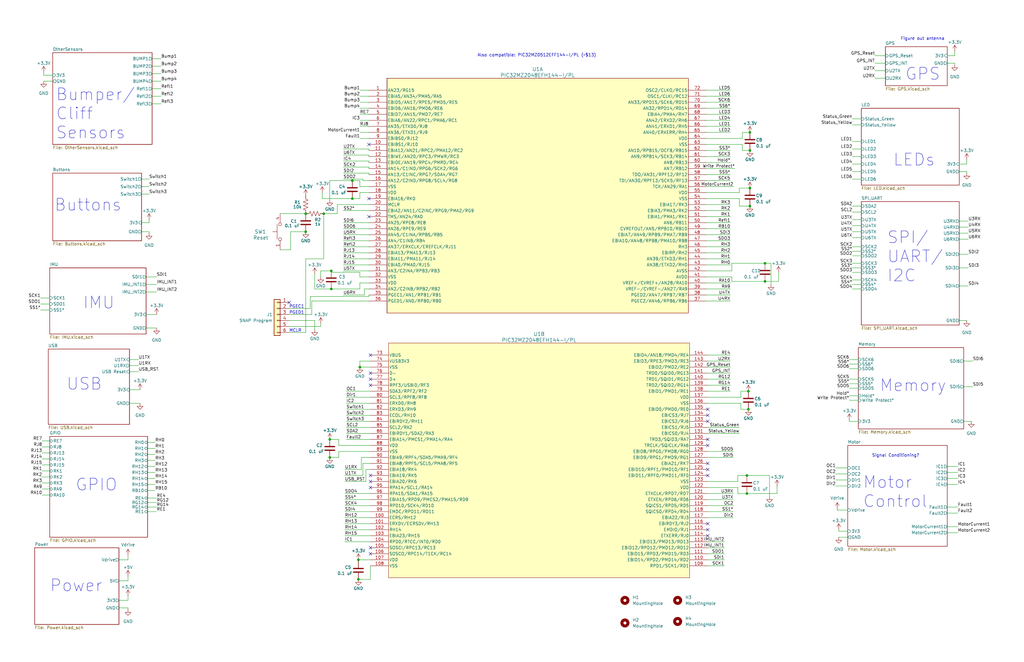
<source format=kicad_sch>
(kicad_sch (version 20230121) (generator eeschema)
  (paper "B")
  (title_block (title "MCU Controller") (rev "0.1") (company "satomm@stanford.edu") (comment 1 "Department of Civil and Environmental Engineering") (comment 2 "Engineering Informatics Group") (comment 3 "Stanford University") (comment 4 "Matthew Sato"))
  (junction (at 315.595 165.1))
  (junction (at 316.23 86.995))
  (junction (at 315.595 172.72))
  (junction (at 314.96 208.28))
  (junction (at 139.065 193.04))
  (junction (at 139.7 114.3))
  (junction (at 139.065 185.42))
  (junction (at 316.23 55.88))
  (junction (at 151.13 244.475))
  (junction (at 316.23 79.375))
  (junction (at 128.905 97.79))
  (junction (at 128.905 90.17))
  (junction (at 322.58 111.125))
  (junction (at 314.96 200.66))
  (junction (at 151.13 236.22))
  (junction (at 151.765 154.94))
  (junction (at 139.7 121.92))
  (junction (at 322.58 118.745))
  (junction (at 316.23 63.5))
  (junction (at 148.59 83.82))
  (junction (at 136.525 90.17))
  (junction (at 148.59 76.2))
  (no_connect (at 298.45 172.72))
  (no_connect (at 298.45 226.06))
  (no_connect (at 298.45 185.42))
  (no_connect (at 156.21 203.2))
  (no_connect (at 155.575 60.96))
  (no_connect (at 156.21 162.56))
  (no_connect (at 298.45 175.26))
  (no_connect (at 156.21 149.86))
  (no_connect (at 298.45 200.66))
  (no_connect (at 298.45 177.8))
  (no_connect (at 156.21 157.48))
  (no_connect (at 121.92 127.635))
  (no_connect (at 298.45 195.58))
  (no_connect (at 156.21 231.14))
  (no_connect (at 155.575 83.82))
  (no_connect (at 298.45 187.96))
  (no_connect (at 298.45 220.98))
  (no_connect (at 298.45 198.12))
  (no_connect (at 156.21 160.02))
  (no_connect (at 156.21 200.66))
  (no_connect (at 155.575 91.44))
  (no_connect (at 156.21 205.74))
  (no_connect (at 298.45 223.52))
  (no_connect (at 156.21 233.68))
  (wire (pts (xy 151.765 116.84) (xy 155.575 116.84)))
  (wire (pts (xy 368.935 33.02) (xy 373.38 33.02)))
  (wire (pts (xy 59.69 75.565) (xy 62.865 75.565)))
  (wire (pts (xy 313.055 58.42) (xy 313.055 55.88)))
  (wire (pts (xy 399.415 213.995) (xy 403.86 213.995)))
  (wire (pts (xy 298.45 190.5) (xy 309.245 190.5)))
  (wire (pts (xy 64.135 24.765) (xy 67.945 24.765)))
  (wire (pts (xy 118.11 105.41) (xy 122.555 105.41)))
  (wire (pts (xy 297.815 121.92) (xy 307.975 121.92)))
  (wire (pts (xy 297.815 88.9) (xy 307.975 88.9)))
  (wire (pts (xy 408.305 95.885) (xy 404.495 95.885)))
  (wire (pts (xy 151.765 53.34) (xy 155.575 53.34)))
  (wire (pts (xy 145.415 226.06) (xy 156.21 226.06)))
  (wire (pts (xy 359.41 121.92) (xy 363.22 121.92)))
  (wire (pts (xy 358.14 160.02) (xy 361.95 160.02)))
  (wire (pts (xy 152.4 193.04) (xy 152.4 198.12)))
  (wire (pts (xy 61.595 138.43) (xy 66.04 138.43)))
  (wire (pts (xy 151.765 152.4) (xy 151.765 154.94)))
  (wire (pts (xy 17.145 125.73) (xy 20.955 125.73)))
  (wire (pts (xy 153.035 76.2) (xy 153.035 75.565)))
  (wire (pts (xy 359.41 113.03) (xy 363.22 113.03)))
  (wire (pts (xy 359.41 106.045) (xy 363.22 106.045)))
  (wire (pts (xy 153.035 195.58) (xy 153.035 200.66)))
  (wire (pts (xy 62.23 212.09) (xy 66.04 212.09)))
  (wire (pts (xy 61.595 120.015) (xy 66.04 120.015)))
  (wire (pts (xy 311.15 200.66) (xy 314.96 200.66)))
  (wire (pts (xy 327.66 205.105) (xy 327.66 208.28)))
  (wire (pts (xy 146.05 167.64) (xy 156.21 167.64)))
  (wire (pts (xy 156.21 190.5) (xy 142.875 190.5)))
  (wire (pts (xy 359.41 66.04) (xy 363.22 66.04)))
  (wire (pts (xy 311.15 208.28) (xy 314.96 208.28)))
  (wire (pts (xy 297.815 40.64) (xy 307.975 40.64)))
  (wire (pts (xy 297.815 50.8) (xy 307.975 50.8)))
  (wire (pts (xy 142.875 190.5) (xy 142.875 193.04)))
  (wire (pts (xy 406.4 177.8) (xy 409.575 177.8)))
  (wire (pts (xy 308.61 114.3) (xy 308.61 111.125)))
  (wire (pts (xy 311.785 83.82) (xy 311.785 86.995)))
  (wire (pts (xy 297.815 99.06) (xy 307.975 99.06)))
  (wire (pts (xy 62.23 186.69) (xy 65.405 186.69)))
  (wire (pts (xy 146.05 185.42) (xy 156.21 185.42)))
  (wire (pts (xy 155.575 73.025) (xy 155.575 73.66)))
  (wire (pts (xy 155.575 86.36) (xy 142.24 86.36)))
  (wire (pts (xy 359.41 50.165) (xy 363.22 50.165)))
  (wire (pts (xy 297.815 43.18) (xy 307.975 43.18)))
  (wire (pts (xy 297.815 45.72) (xy 307.975 45.72)))
  (wire (pts (xy 297.815 109.22) (xy 307.975 109.22)))
  (wire (pts (xy 353.695 223.52) (xy 353.695 224.155)))
  (wire (pts (xy 59.69 78.74) (xy 62.865 78.74)))
  (wire (pts (xy 145.415 220.98) (xy 156.21 220.98)))
  (wire (pts (xy 404.495 107.315) (xy 408.305 107.315)))
  (wire (pts (xy 142.875 187.96) (xy 142.875 185.42)))
  (wire (pts (xy 297.815 101.6) (xy 307.975 101.6)))
  (wire (pts (xy 399.415 199.39) (xy 403.86 199.39)))
  (wire (pts (xy 402.59 27.305) (xy 402.59 26.67)))
  (wire (pts (xy 298.45 160.02) (xy 307.975 160.02)))
  (wire (pts (xy 64.135 43.815) (xy 67.945 43.815)))
  (wire (pts (xy 359.41 62.865) (xy 363.22 62.865)))
  (wire (pts (xy 151.765 81.28) (xy 151.765 83.82)))
  (wire (pts (xy 144.78 109.22) (xy 155.575 109.22)))
  (wire (pts (xy 358.14 177.8) (xy 361.95 177.8)))
  (wire (pts (xy 324.485 209.55) (xy 324.485 200.66)))
  (wire (pts (xy 146.05 170.18) (xy 156.21 170.18)))
  (wire (pts (xy 312.42 172.72) (xy 312.42 170.18)))
  (wire (pts (xy 54.61 164.465) (xy 59.055 164.465)))
  (wire (pts (xy 297.815 111.76) (xy 307.975 111.76)))
  (wire (pts (xy 54.61 156.845) (xy 58.42 156.845)))
  (wire (pts (xy 53.975 257.175) (xy 53.975 256.54)))
  (wire (pts (xy 58.42 151.765) (xy 54.61 151.765)))
  (wire (pts (xy 298.45 193.04) (xy 309.245 193.04)))
  (wire (pts (xy 155.575 119.38) (xy 151.765 119.38)))
  (wire (pts (xy 353.695 226.695) (xy 357.505 226.695)))
  (wire (pts (xy 298.45 228.6) (xy 305.435 228.6)))
  (wire (pts (xy 17.78 193.675) (xy 20.955 193.675)))
  (wire (pts (xy 58.42 154.305) (xy 54.61 154.305)))
  (wire (pts (xy 297.815 83.82) (xy 311.785 83.82)))
  (wire (pts (xy 151.765 119.38) (xy 151.765 121.92)))
  (wire (pts (xy 61.595 123.19) (xy 66.04 123.19)))
  (wire (pts (xy 59.69 81.915) (xy 62.865 81.915)))
  (wire (pts (xy 311.15 200.66) (xy 311.15 203.2)))
  (wire (pts (xy 151.765 58.42) (xy 155.575 58.42)))
  (wire (pts (xy 64.135 31.115) (xy 67.945 31.115)))
  (wire (pts (xy 50.165 245.11) (xy 53.975 245.11)))
  (wire (pts (xy 61.595 132.715) (xy 66.04 132.715)))
  (wire (pts (xy 155.575 127) (xy 131.445 127)))
  (wire (pts (xy 144.78 75.565) (xy 153.035 75.565)))
  (wire (pts (xy 297.815 104.14) (xy 307.975 104.14)))
  (wire (pts (xy 156.21 193.04) (xy 152.4 193.04)))
  (wire (pts (xy 297.815 93.98) (xy 307.975 93.98)))
  (wire (pts (xy 144.78 88.9) (xy 155.575 88.9)))
  (wire (pts (xy 144.78 114.3) (xy 155.575 114.3)))
  (wire (pts (xy 142.24 90.17) (xy 136.525 90.17)))
  (wire (pts (xy 297.815 58.42) (xy 313.055 58.42)))
  (wire (pts (xy 312.42 165.1) (xy 315.595 165.1)))
  (wire (pts (xy 353.06 215.265) (xy 357.505 215.265)))
  (wire (pts (xy 145.415 203.2) (xy 154.305 203.2)))
  (wire (pts (xy 144.78 70.485) (xy 155.575 70.485)))
  (wire (pts (xy 359.41 52.705) (xy 363.22 52.705)))
  (wire (pts (xy 312.42 167.64) (xy 312.42 165.1)))
  (wire (pts (xy 155.575 81.28) (xy 151.765 81.28)))
  (wire (pts (xy 62.23 194.31) (xy 65.405 194.31)))
  (wire (pts (xy 316.23 79.375) (xy 311.785 79.375)))
  (wire (pts (xy 352.425 200.025) (xy 357.505 200.025)))
  (wire (pts (xy 128.905 109.22) (xy 136.525 109.22)))
  (wire (pts (xy 136.525 109.22) (xy 136.525 90.17)))
  (wire (pts (xy 297.815 114.3) (xy 308.61 114.3)))
  (wire (pts (xy 359.41 107.95) (xy 363.22 107.95)))
  (wire (pts (xy 144.78 101.6) (xy 155.575 101.6)))
  (wire (pts (xy 407.67 72.39) (xy 404.495 72.39)))
  (wire (pts (xy 139.065 76.2) (xy 148.59 76.2)))
  (wire (pts (xy 368.935 26.67) (xy 373.38 26.67)))
  (wire (pts (xy 146.05 180.34) (xy 156.21 180.34)))
  (wire (pts (xy 118.11 90.17) (xy 128.905 90.17)))
  (wire (pts (xy 132.715 121.92) (xy 139.7 121.92)))
  (wire (pts (xy 156.21 244.475) (xy 151.13 244.475)))
  (wire (pts (xy 358.14 151.765) (xy 361.95 151.765)))
  (wire (pts (xy 62.865 97.79) (xy 62.865 98.425)))
  (wire (pts (xy 156.21 198.12) (xy 154.305 198.12)))
  (wire (pts (xy 144.78 104.14) (xy 155.575 104.14)))
  (wire (pts (xy 54.61 170.18) (xy 59.055 170.18)))
  (wire (pts (xy 297.815 66.04) (xy 307.975 66.04)))
  (wire (pts (xy 144.78 99.06) (xy 155.575 99.06)))
  (wire (pts (xy 122.555 97.79) (xy 128.905 97.79)))
  (wire (pts (xy 146.05 172.72) (xy 156.21 172.72)))
  (wire (pts (xy 407.67 73.025) (xy 407.67 72.39)))
  (wire (pts (xy 62.23 201.93) (xy 65.405 201.93)))
  (wire (pts (xy 359.41 92.71) (xy 363.22 92.71)))
  (wire (pts (xy 368.935 29.845) (xy 373.38 29.845)))
  (wire (pts (xy 313.055 60.96) (xy 297.815 60.96)))
  (wire (pts (xy 359.41 100.33) (xy 363.22 100.33)))
  (wire (pts (xy 144.78 106.68) (xy 155.575 106.68)))
  (wire (pts (xy 358.14 167.005) (xy 361.95 167.005)))
  (wire (pts (xy 298.45 215.9) (xy 309.245 215.9)))
  (wire (pts (xy 144.78 124.46) (xy 153.67 124.46)))
  (wire (pts (xy 297.815 91.44) (xy 307.975 91.44)))
  (wire (pts (xy 153.67 121.92) (xy 155.575 121.92)))
  (wire (pts (xy 298.45 218.44) (xy 309.245 218.44)))
  (wire (pts (xy 18.415 34.29) (xy 22.225 34.29)))
  (wire (pts (xy 155.575 70.485) (xy 155.575 71.12)))
  (wire (pts (xy 139.7 114.935) (xy 139.7 114.3)))
  (wire (pts (xy 145.415 198.12) (xy 152.4 198.12)))
  (wire (pts (xy 308.61 118.745) (xy 308.61 116.84)))
  (wire (pts (xy 359.41 114.935) (xy 363.22 114.935)))
  (wire (pts (xy 139.065 84.455) (xy 139.065 76.2)))
  (wire (pts (xy 146.05 165.1) (xy 156.21 165.1)))
  (wire (pts (xy 312.42 170.18) (xy 298.45 170.18)))
  (wire (pts (xy 353.695 224.155) (xy 357.505 224.155)))
  (wire (pts (xy 359.41 95.25) (xy 363.22 95.25)))
  (wire (pts (xy 298.45 180.34) (xy 311.785 180.34)))
  (wire (pts (xy 325.12 120.015) (xy 325.12 111.125)))
  (wire (pts (xy 121.92 140.335) (xy 128.905 140.335)))
  (wire (pts (xy 146.05 175.26) (xy 156.21 175.26)))
  (wire (pts (xy 144.78 65.405) (xy 155.575 65.405)))
  (wire (pts (xy 151.765 45.72) (xy 155.575 45.72)))
  (wire (pts (xy 155.575 67.945) (xy 155.575 68.58)))
  (wire (pts (xy 53.975 234.315) (xy 53.975 236.22)))
  (wire (pts (xy 128.905 140.335) (xy 128.905 109.22)))
  (wire (pts (xy 328.295 114.935) (xy 328.295 118.745)))
  (wire (pts (xy 298.45 238.76) (xy 305.435 238.76)))
  (wire (pts (xy 404.495 120.65) (xy 408.305 120.65)))
  (wire (pts (xy 142.875 193.04) (xy 139.065 193.04)))
  (wire (pts (xy 297.815 127) (xy 307.975 127)))
  (wire (pts (xy 298.45 210.82) (xy 309.245 210.82)))
  (wire (pts (xy 144.78 111.76) (xy 155.575 111.76)))
  (wire (pts (xy 313.055 55.88) (xy 316.23 55.88)))
  (wire (pts (xy 17.78 198.755) (xy 20.955 198.755)))
  (wire (pts (xy 359.41 69.215) (xy 363.22 69.215)))
  (wire (pts (xy 359.41 89.535) (xy 363.22 89.535)))
  (wire (pts (xy 298.45 157.48) (xy 307.975 157.48)))
  (wire (pts (xy 53.975 245.11) (xy 53.975 243.205)))
  (wire (pts (xy 132.715 139.065) (xy 132.715 135.255)))
  (wire (pts (xy 130.81 125.095) (xy 130.81 130.175)))
  (wire (pts (xy 328.295 118.745) (xy 322.58 118.745)))
  (wire (pts (xy 17.78 186.055) (xy 20.955 186.055)))
  (wire (pts (xy 399.415 204.47) (xy 403.86 204.47)))
  (wire (pts (xy 359.41 111.125) (xy 363.22 111.125)))
  (wire (pts (xy 399.415 201.93) (xy 403.86 201.93)))
  (wire (pts (xy 132.715 115.57) (xy 132.715 121.92)))
  (wire (pts (xy 53.975 251.46) (xy 53.975 253.365)))
  (wire (pts (xy 311.15 208.28) (xy 311.15 205.74)))
  (wire (pts (xy 155.575 125.095) (xy 130.81 125.095)))
  (wire (pts (xy 156.21 238.76) (xy 156.21 244.475)))
  (wire (pts (xy 298.45 167.64) (xy 312.42 167.64)))
  (wire (pts (xy 62.23 210.185) (xy 66.04 210.185)))
  (wire (pts (xy 308.61 118.745) (xy 322.58 118.745)))
  (wire (pts (xy 145.415 213.36) (xy 156.21 213.36)))
  (wire (pts (xy 359.41 72.39) (xy 363.22 72.39)))
  (wire (pts (xy 311.15 205.74) (xy 298.45 205.74)))
  (wire (pts (xy 404.495 69.215) (xy 407.67 69.215)))
  (wire (pts (xy 358.14 177.165) (xy 358.14 177.8)))
  (wire (pts (xy 64.135 40.64) (xy 67.945 40.64)))
  (wire (pts (xy 324.485 200.66) (xy 314.96 200.66)))
  (wire (pts (xy 408.305 93.345) (xy 404.495 93.345)))
  (wire (pts (xy 18.415 30.48) (xy 18.415 31.75)))
  (wire (pts (xy 352.425 197.485) (xy 357.505 197.485)))
  (wire (pts (xy 17.78 208.915) (xy 20.955 208.915)))
  (wire (pts (xy 155.575 76.2) (xy 153.035 76.2)))
  (wire (pts (xy 151.765 50.8) (xy 155.575 50.8)))
  (wire (pts (xy 308.61 116.84) (xy 297.815 116.84)))
  (wire (pts (xy 327.66 208.28) (xy 314.96 208.28)))
  (wire (pts (xy 142.875 185.42) (xy 139.065 185.42)))
  (wire (pts (xy 358.14 163.83) (xy 361.95 163.83)))
  (wire (pts (xy 62.23 215.9) (xy 66.04 215.9)))
  (wire (pts (xy 297.815 124.46) (xy 307.975 124.46)))
  (wire (pts (xy 359.41 86.995) (xy 363.22 86.995)))
  (wire (pts (xy 135.255 116.84) (xy 135.255 114.3)))
  (wire (pts (xy 297.815 86.36) (xy 307.975 86.36)))
  (wire (pts (xy 359.41 104.14) (xy 363.22 104.14)))
  (wire (pts (xy 151.765 76.2) (xy 151.765 78.74)))
  (wire (pts (xy 156.21 187.96) (xy 142.875 187.96)))
  (wire (pts (xy 297.815 38.1) (xy 307.975 38.1)))
  (wire (pts (xy 298.45 231.14) (xy 305.435 231.14)))
  (wire (pts (xy 64.135 37.465) (xy 67.945 37.465)))
  (wire (pts (xy 151.765 78.74) (xy 155.575 78.74)))
  (wire (pts (xy 358.14 153.67) (xy 361.95 153.67)))
  (wire (pts (xy 308.61 111.125) (xy 322.58 111.125)))
  (wire (pts (xy 155.575 65.405) (xy 155.575 66.04)))
  (wire (pts (xy 62.23 199.39) (xy 65.405 199.39)))
  (wire (pts (xy 298.45 213.36) (xy 309.245 213.36)))
  (wire (pts (xy 353.06 214.63) (xy 353.06 215.265)))
  (wire (pts (xy 359.41 120.015) (xy 363.22 120.015)))
  (wire (pts (xy 59.69 97.79) (xy 62.865 97.79)))
  (wire (pts (xy 17.78 203.835) (xy 20.955 203.835)))
  (wire (pts (xy 297.815 48.26) (xy 307.975 48.26)))
  (wire (pts (xy 399.415 26.67) (xy 402.59 26.67)))
  (wire (pts (xy 18.415 31.75) (xy 22.225 31.75)))
  (wire (pts (xy 151.13 236.22) (xy 151.13 236.855)))
  (wire (pts (xy 316.23 63.5) (xy 313.055 63.5)))
  (wire (pts (xy 61.595 116.84) (xy 66.04 116.84)))
  (wire (pts (xy 62.23 191.77) (xy 65.405 191.77)))
  (wire (pts (xy 153.67 121.92) (xy 153.67 124.46)))
  (wire (pts (xy 62.23 196.85) (xy 65.405 196.85)))
  (wire (pts (xy 408.305 100.965) (xy 404.495 100.965)))
  (wire (pts (xy 352.425 202.565) (xy 357.505 202.565)))
  (wire (pts (xy 17.145 128.27) (xy 20.955 128.27)))
  (wire (pts (xy 298.45 152.4) (xy 307.975 152.4)))
  (wire (pts (xy 139.7 121.92) (xy 151.765 121.92)))
  (wire (pts (xy 297.815 73.66) (xy 307.975 73.66)))
  (wire (pts (xy 407.67 69.215) (xy 407.67 67.31)))
  (wire (pts (xy 311.15 203.2) (xy 298.45 203.2)))
  (wire (pts (xy 404.495 113.03) (xy 408.305 113.03)))
  (wire (pts (xy 359.41 75.565) (xy 363.22 75.565)))
  (wire (pts (xy 145.415 215.9) (xy 156.21 215.9)))
  (wire (pts (xy 311.785 86.995) (xy 316.23 86.995)))
  (wire (pts (xy 17.78 188.595) (xy 20.955 188.595)))
  (wire (pts (xy 131.445 127) (xy 131.445 132.715)))
  (wire (pts (xy 135.255 137.795) (xy 121.92 137.795)))
  (wire (pts (xy 62.23 213.995) (xy 66.04 213.995)))
  (wire (pts (xy 297.815 63.5) (xy 307.975 63.5)))
  (wire (pts (xy 135.255 114.3) (xy 139.7 114.3)))
  (wire (pts (xy 139.7 114.935) (xy 151.765 114.935)))
  (wire (pts (xy 368.935 23.495) (xy 373.38 23.495)))
  (wire (pts (xy 298.45 233.68) (xy 305.435 233.68)))
  (wire (pts (xy 151.765 154.94) (xy 156.21 154.94)))
  (wire (pts (xy 145.415 208.28) (xy 156.21 208.28)))
  (wire (pts (xy 359.41 59.69) (xy 363.22 59.69)))
  (wire (pts (xy 358.14 155.575) (xy 361.95 155.575)))
  (wire (pts (xy 151.765 43.18) (xy 155.575 43.18)))
  (wire (pts (xy 399.415 222.25) (xy 403.86 222.25)))
  (wire (pts (xy 399.415 196.85) (xy 403.86 196.85)))
  (wire (pts (xy 17.78 201.295) (xy 20.955 201.295)))
  (wire (pts (xy 399.415 216.535) (xy 403.86 216.535)))
  (wire (pts (xy 64.135 34.29) (xy 67.945 34.29)))
  (wire (pts (xy 151.765 40.64) (xy 155.575 40.64)))
  (wire (pts (xy 142.24 86.36) (xy 142.24 90.17)))
  (wire (pts (xy 325.12 111.125) (xy 322.58 111.125)))
  (wire (pts (xy 62.865 93.98) (xy 62.865 92.71)))
  (wire (pts (xy 53.975 253.365) (xy 50.165 253.365)))
  (wire (pts (xy 145.415 210.82) (xy 156.21 210.82)))
  (wire (pts (xy 148.59 76.2) (xy 151.765 76.2)))
  (wire (pts (xy 156.21 195.58) (xy 153.035 195.58)))
  (wire (pts (xy 144.78 62.865) (xy 155.575 62.865)))
  (wire (pts (xy 62.23 204.47) (xy 65.405 204.47)))
  (wire (pts (xy 145.415 200.66) (xy 153.035 200.66)))
  (wire (pts (xy 297.815 96.52) (xy 307.975 96.52)))
  (wire (pts (xy 146.05 182.88) (xy 156.21 182.88)))
  (wire (pts (xy 298.45 149.86) (xy 307.975 149.86)))
  (wire (pts (xy 298.45 208.28) (xy 309.245 208.28)))
  (wire (pts (xy 358.14 161.925) (xy 361.95 161.925)))
  (wire (pts (xy 144.78 67.945) (xy 155.575 67.945)))
  (wire (pts (xy 151.765 48.26) (xy 155.575 48.26)))
  (wire (pts (xy 358.14 168.91) (xy 361.95 168.91)))
  (wire (pts (xy 151.765 83.82) (xy 148.59 83.82)))
  (wire (pts (xy 122.555 105.41) (xy 122.555 97.79)))
  (wire (pts (xy 352.425 205.105) (xy 357.505 205.105)))
  (wire (pts (xy 155.575 62.865) (xy 155.575 63.5)))
  (wire (pts (xy 62.23 207.01) (xy 65.405 207.01)))
  (wire (pts (xy 59.69 93.98) (xy 62.865 93.98)))
  (wire (pts (xy 297.815 55.88) (xy 307.975 55.88)))
  (wire (pts (xy 151.765 114.935) (xy 151.765 116.84)))
  (wire (pts (xy 297.815 76.2) (xy 307.975 76.2)))
  (wire (pts (xy 146.05 177.8) (xy 156.21 177.8)))
  (wire (pts (xy 402.59 23.495) (xy 402.59 21.59)))
  (wire (pts (xy 144.78 73.025) (xy 155.575 73.025)))
  (wire (pts (xy 64.135 27.94) (xy 67.945 27.94)))
  (wire (pts (xy 298.45 154.94) (xy 307.975 154.94)))
  (wire (pts (xy 156.21 152.4) (xy 151.765 152.4)))
  (wire (pts (xy 297.815 53.34) (xy 307.975 53.34)))
  (wire (pts (xy 145.415 218.44) (xy 156.21 218.44)))
  (wire (pts (xy 156.21 236.22) (xy 151.13 236.22)))
  (wire (pts (xy 132.715 135.255) (xy 121.92 135.255)))
  (wire (pts (xy 53.975 256.54) (xy 50.165 256.54)))
  (wire (pts (xy 297.815 119.38) (xy 307.975 119.38)))
  (wire (pts (xy 399.415 224.79) (xy 403.86 224.79)))
  (wire (pts (xy 17.78 206.375) (xy 20.955 206.375)))
  (wire (pts (xy 135.255 136.525) (xy 135.255 137.795)))
  (wire (pts (xy 298.45 165.1) (xy 307.975 165.1)))
  (wire (pts (xy 311.785 79.375) (xy 311.785 81.28)))
  (wire (pts (xy 151.765 38.1) (xy 155.575 38.1)))
  (wire (pts (xy 131.445 132.715) (xy 121.92 132.715)))
  (wire (pts (xy 53.975 236.22) (xy 50.165 236.22)))
  (wire (pts (xy 17.78 196.215) (xy 20.955 196.215)))
  (wire (pts (xy 130.81 130.175) (xy 121.92 130.175)))
  (wire (pts (xy 17.78 191.135) (xy 20.955 191.135)))
  (wire (pts (xy 359.41 97.79) (xy 363.22 97.79)))
  (wire (pts (xy 135.89 83.82) (xy 148.59 83.82)))
  (wire (pts (xy 297.815 78.74) (xy 309.245 78.74)))
  (wire (pts (xy 399.415 23.495) (xy 402.59 23.495)))
  (wire (pts (xy 144.78 96.52) (xy 155.575 96.52)))
  (wire (pts (xy 406.4 163.195) (xy 410.21 163.195)))
  (wire (pts (xy 298.45 182.88) (xy 311.785 182.88)))
  (wire (pts (xy 297.815 71.12) (xy 309.88 71.12)))
  (wire (pts (xy 297.815 68.58) (xy 307.975 68.58)))
  (wire (pts (xy 151.765 55.88) (xy 155.575 55.88)))
  (wire (pts (xy 17.145 130.81) (xy 20.955 130.81)))
  (wire (pts (xy 406.4 152.4) (xy 410.21 152.4)))
  (wire (pts (xy 155.575 125.095) (xy 155.575 124.46)))
  (wire (pts (xy 408.305 98.425) (xy 404.495 98.425)))
  (wire (pts (xy 145.415 223.52) (xy 156.21 223.52)))
  (wire (pts (xy 297.815 106.68) (xy 307.975 106.68)))
  (wire (pts (xy 62.23 189.23) (xy 65.405 189.23)))
  (wire (pts (xy 315.595 172.72) (xy 312.42 172.72)))
  (wire (pts (xy 144.78 93.98) (xy 155.575 93.98)))
  (wire (pts (xy 145.415 228.6) (xy 156.21 228.6)))
  (wire (pts (xy 298.45 236.22) (xy 305.435 236.22)))
  (wire (pts (xy 313.055 63.5) (xy 313.055 60.96)))
  (wire (pts (xy 135.89 81.28) (xy 135.89 83.82)))
  (wire (pts (xy 311.785 81.28) (xy 297.815 81.28)))
  (wire (pts (xy 298.45 162.56) (xy 307.975 162.56)))
  (wire (pts (xy 404.495 135.255) (xy 407.67 135.255)))
  (wire (pts (xy 359.41 118.11) (xy 363.22 118.11)))
  (wire (pts (xy 154.305 198.12) (xy 154.305 203.2)))
  (text "LEDs" (at 376.555 70.485 0) (effects (font (size 5 5)) (justify left bottom)))
  (text "GPIO" (at 31.75 207.645 0) (effects (font (size 5 5)) (justify left bottom)))
  (text "Figure out antenna" (at 379.73 17.145 0) (effects (font (size 1.27 1.27)) (justify left bottom)))
  (text "Motor\nControl" (at 363.855 214.63 0) (effects (font (size 5 5)) (justify left bottom)))
  (text "PGEC1" (at 121.92 130.175 0) (effects (font (size 1.27 1.27)) (justify left bottom)))
  (text "GPS" (at 381.635 34.29 0) (effects (font (size 5 5)) (justify left bottom)))
  (text "Power" (at 20.955 250.19 0) (effects (font (size 5 5)) (justify left bottom)))
  (text "MCLR" (at 121.92 140.335 0) (effects (font (size 1.27 1.27)) (justify left bottom)))
  (text "Signal Conditioning?" (at 367.665 193.04 0) (effects (font (size 1.27 1.27)) (justify left bottom)))
  (text "Also compatible: PIC32MZ0512EFF144-I/PL (~$13)" (at 201.295 24.13 0) (effects (font (size 1.27 1.27)) (justify left bottom)))
  (text "Buttons" (at 22.86 89.535 0) (effects (font (size 5 5)) (justify left bottom)))
  (text "PGED1" (at 121.92 132.715 0) (effects (font (size 1.27 1.27)) (justify left bottom)))
  (text "USB" (at 27.94 165.1 0) (effects (font (size 5 5)) (justify left bottom)))
  (text "Bumper/\nCliff\nSensors" (at 23.495 59.055 0) (effects (font (size 5 5)) (justify left bottom)))
  (text "SPI/\nUART/\nI2C" (at 374.015 119.38 0) (effects (font (size 5 5)) (justify left bottom)))
  (text "Memory" (at 370.84 165.735 0) (effects (font (size 5 5)) (justify left bottom)))
  (text "IMU" (at 34.925 130.81 0) (effects (font (size 5 5)) (justify left bottom)))
  (label "RJ13" (at 17.78 191.135 180))
  (label "LED2" (at 307.975 55.88 180))
  (label "Hold*" (at 307.975 68.58 180))
  (label "RH2" (at 307.975 106.68 180))
  (label "IC4" (at 403.86 204.47 0))
  (label "SS1*" (at 17.145 130.81 180))
  (label "IMU_INT2" (at 66.04 123.19 0))
  (label "RK3" (at 17.78 203.835 180))
  (label "U6RX" (at 408.305 100.965 0))
  (label "U5TX" (at 359.41 97.79 180))
  (label "SDI5" (at 410.21 163.195 0))
  (label "RH14" (at 145.415 223.52 0))
  (label "IMU_INT2" (at 305.435 228.6 180))
  (label "OC2" (at 309.245 213.36 180))
  (label "Switch3" (at 62.865 81.915 0))
  (label "RB10" (at 307.975 96.52 180))
  (label "Write Protect*" (at 358.14 168.91 180))
  (label "IMU_INT1" (at 305.435 231.14 180))
  (label "SDA2" (at 359.41 86.995 180))
  (label "U5RX" (at 408.305 98.425 0))
  (label "SCK4" (at 359.41 118.11 180))
  (label "RH12" (at 65.405 196.85 0))
  (label "RK2" (at 17.78 201.295 180))
  (label "RG14" (at 307.975 162.56 180))
  (label "OC1" (at 146.05 165.1 0))
  (label "IC2" (at 146.05 170.18 0))
  (label "MotorCurrent1" (at 403.86 222.25 0))
  (label "Refl3" (at 67.945 43.815 0))
  (label "SS4*" (at 359.41 120.015 180))
  (label "SDI3" (at 408.305 113.03 0))
  (label "LED5" (at 359.41 72.39 180))
  (label "RK2" (at 307.975 88.9 180))
  (label "SDO1" (at 17.145 128.27 180))
  (label "RG14" (at 66.04 213.995 0))
  (label "RE4" (at 66.04 210.185 0))
  (label "SDO6" (at 144.78 96.52 0))
  (label "RE7" (at 151.765 48.26 0))
  (label "SS3*" (at 359.41 113.03 180))
  (label "LED4" (at 359.41 69.215 180))
  (label "Refl1" (at 67.945 37.465 0))
  (label "IMU_INT1" (at 66.04 120.015 0))
  (label "SDI5" (at 309.245 193.04 180))
  (label "U5RX" (at 144.78 99.06 0))
  (label "RJ14" (at 144.78 109.22 0))
  (label "RH3" (at 307.975 104.14 180))
  (label "RH13" (at 145.415 220.98 0))
  (label "SDO3" (at 359.41 114.935 180))
  (label "Status_Yellow" (at 359.41 52.705 180))
  (label "SCK4" (at 145.415 213.36 0))
  (label "U3TX" (at 309.245 210.82 180))
  (label "Refl2" (at 67.945 40.64 0))
  (label "IC1" (at 145.415 228.6 0))
  (label "RK3" (at 307.975 86.36 180))
  (label "RJ14" (at 17.78 193.675 180))
  (label "RJ8" (at 17.78 188.595 180))
  (label "SS5*" (at 307.975 73.66 180))
  (label "Status_Green" (at 359.41 50.165 180))
  (label "SDO1" (at 305.435 233.68 180))
  (label "SCK6" (at 358.14 151.765 180))
  (label "SDO5" (at 358.14 163.83 180))
  (label "SCK5" (at 358.14 160.02 180))
  (label "SDI6" (at 144.78 93.98 0))
  (label "SDI4" (at 408.305 120.65 0))
  (label "SDA2" (at 146.05 182.88 0))
  (label "SS6*" (at 358.14 153.67 180))
  (label "SCK6" (at 307.975 43.18 180))
  (label "U3RX" (at 408.305 93.345 0))
  (label "Write Protect*" (at 309.88 71.12 180))
  (label "U4TX" (at 307.975 124.46 180))
  (label "U6TX" (at 144.78 65.405 0))
  (label "RJ13" (at 144.78 106.68 0))
  (label "U5TX" (at 144.78 114.3 0))
  (label "U2TX" (at 368.935 29.845 180))
  (label "USB_RST" (at 58.42 156.845 0))
  (label "Dir1" (at 146.05 167.64 0))
  (label "RH12" (at 145.415 218.44 0))
  (label "RA9" (at 17.78 206.375 180))
  (label "Bump1" (at 67.945 24.765 0))
  (label "U6RX" (at 144.78 124.46 0))
  (label "RH2" (at 65.405 191.77 0))
  (label "SDO4" (at 359.41 121.92 180))
  (label "RA10" (at 307.975 119.38 180))
  (label "SCK3" (at 307.975 66.04 180))
  (label "SS2*" (at 144.78 88.9 0))
  (label "SS6*" (at 307.975 45.72 180))
  (label "SCK1" (at 305.435 238.76 180))
  (label "SDI2" (at 408.305 107.315 0))
  (label "U3RX" (at 309.245 208.28 180))
  (label "RA9" (at 307.975 121.92 180))
  (label "MotorCurrent1" (at 151.765 55.88 180))
  (label "Fault2" (at 403.86 216.535 0))
  (label "SCL2" (at 359.41 89.535 180))
  (label "RH15" (at 65.405 204.47 0))
  (label "SCL2" (at 146.05 180.34 0))
  (label "RH0" (at 307.975 111.76 180))
  (label "SDI6" (at 410.21 152.4 0))
  (label "SDO3" (at 307.975 101.6 180))
  (label "SDO5" (at 309.245 190.5 180))
  (label "SCK2" (at 359.41 104.14 180))
  (label "Switch3" (at 146.05 177.8 0))
  (label "GPS_INT" (at 307.975 157.48 180))
  (label "Switch2" (at 62.865 78.74 0))
  (label "U3TX" (at 359.41 92.71 180))
  (label "Switch1" (at 62.865 75.565 0))
  (label "SCK3" (at 359.41 111.125 180))
  (label "U6TX" (at 359.41 100.33 180))
  (label "U4RX" (at 307.975 127 180))
  (label "U1RX" (at 145.415 198.12 0))
  (label "Bump2" (at 67.945 27.94 0))
  (label "SS2*" (at 359.41 106.045 180))
  (label "Fault1" (at 403.86 213.995 0))
  (label "Hold*" (at 358.14 167.005 180))
  (label "MotorCurrent2" (at 309.245 78.74 180))
  (label "RE1" (at 66.04 215.9 0))
  (label "SS4*" (at 145.415 210.82 0))
  (label "LED6" (at 359.41 75.565 180))
  (label "Fault2" (at 146.05 185.42 0))
  (label "IC2" (at 403.86 199.39 0))
  (label "U2RX" (at 368.935 33.02 180))
  (label "SS3*" (at 307.975 63.5 180))
  (label "U2RX" (at 307.975 152.4 180))
  (label "RH14" (at 65.405 201.93 0))
  (label "Dir2" (at 352.425 205.105 180))
  (label "RE7" (at 17.78 186.055 180))
  (label "Bump2" (at 151.765 40.64 180))
  (label "U1TX" (at 58.42 151.765 0))
  (label "RJ8" (at 151.765 53.34 0))
  (label "Bump4" (at 151.765 45.72 180))
  (label "RH3" (at 65.405 194.31 0))
  (label "Fault1" (at 151.765 58.42 180))
  (label "Bump3" (at 67.945 31.115 0))
  (label "SS1*" (at 309.245 215.9 180))
  (label "IC1" (at 403.86 196.85 0))
  (label "RK1" (at 17.78 198.755 180))
  (label "SDI1" (at 305.435 236.22 180))
  (label "IC3" (at 403.86 201.93 0))
  (label "Switch2" (at 146.05 175.26 0))
  (label "SDI3" (at 307.975 99.06 180))
  (label "RB10" (at 65.405 207.01 0))
  (label "Refl2" (at 144.78 104.14 0))
  (label "U1RX" (at 58.42 154.305 0))
  (label "RJ15" (at 17.78 196.215 180))
  (label "SDO2" (at 359.41 107.95 180))
  (label "Switch1" (at 146.05 172.72 0))
  (label "LED6" (at 307.975 40.64 180))
  (label "RH1" (at 65.405 189.23 0))
  (label "RH15" (at 145.415 226.06 0))
  (label "RH13" (at 65.405 199.39 0))
  (label "GPS_Reset" (at 307.975 154.94 180))
  (label "U4TX" (at 359.41 95.25 180))
  (label "MotorCurrent2" (at 403.86 224.79 0))
  (label "RE4" (at 307.975 149.86 180))
  (label "IC4" (at 144.78 67.945 0))
  (label "OC2" (at 352.425 200.025 180))
  (label "SCK1" (at 17.145 125.73 180))
  (label "USB_RST" (at 145.415 203.2 0))
  (label "SCK2" (at 144.78 70.485 0))
  (label "Dir1" (at 352.425 202.565 180))
  (label "U2TX" (at 144.78 62.865 0))
  (label "SDO2" (at 144.78 75.565 0))
  (label "LED5" (at 307.975 38.1 180))
  (label "RK1" (at 307.975 91.44 180))
  (label "RE1" (at 307.975 165.1 180))
  (label "SDI2" (at 144.78 73.025 0))
  (label "IC3" (at 151.765 50.8 180))
  (label "Bump1" (at 151.765 38.1 180))
  (label "GPS_Reset" (at 368.935 23.495 180))
  (label "Dir2" (at 309.245 218.44 180))
  (label "SDI4" (at 145.415 215.9 0))
  (label "LED4" (at 307.975 50.8 180))
  (label "RG12" (at 307.975 160.02 180))
  (label "OC1" (at 352.425 197.485 180))
  (label "Bump3" (at 151.765 43.18 180))
  (label "Refl1" (at 307.975 93.98 180))
  (label "LED1" (at 359.41 59.69 180))
  (label "U1TX" (at 145.415 200.66 0))
  (label "RH0" (at 65.405 186.69 0))
  (label "SS5*" (at 358.14 161.925 180))
  (label "U4RX" (at 408.305 95.885 0))
  (label "RA10" (at 17.78 208.915 180))
  (label "Status_Yellow" (at 311.785 182.88 180))
  (label "LED1" (at 307.975 53.34 180))
  (label "LED3" (at 359.41 66.04 180))
  (label "RJ15" (at 144.78 111.76 0))
  (label "SCK5" (at 307.975 76.2 180))
  (label "RH1" (at 307.975 109.22 180))
  (label "RG12" (at 66.04 212.09 0))
  (label "SDO6" (at 358.14 155.575 180))
  (label "LED3" (at 307.975 48.26 180))
  (label "Bump4" (at 67.945 34.29 0))
  (label "Status_Green" (at 311.785 180.34 180))
  (label "LED2" (at 359.41 62.865 180))
  (label "SDI1" (at 66.04 116.84 0))
  (label "GPS_INT" (at 368.935 26.67 180))
  (label "Refl3" (at 144.78 101.6 0))
  (label "SDO4" (at 145.415 208.28 0))
  (symbol (lib_id "Connector_Generic:Conn_01x06") (at 116.84 132.715 0) (mirror y) (unit 1)
    (property "Reference" "J1" (at 114.935 132.715 0) (effects (justify left)))
    (property "Value" "SNAP Program" (at 114.935 135.255 0) (effects (justify left)))
    (property "Footprint" "Connector_PinSocket_2.54mm:PinSocket_1x06_P2.54mm_Horizontal" (effects hide))
    (property "Datasheet" "https://mm.digikey.com/Volume0/opasdata/d220001/medias/docus/386/xRxCzzzSxxN-M71RC_11637-B.pdf" (effects hide))
    (property "Description" "Connector Header Through Hole, Right Angle 6 position 0.100\" (2.54mm)" (effects hide))
    (property "Mfr" "Sullins Connector Solutions" (effects hide))
    (property "Mfr P/N" "PRPC006SBAN-M71RC" (effects hide))
    (property "Supplier 1" "DigiKey" (effects hide))
    (property "Supplier 1 P/N" "S1111EC-06-ND" (effects hide))
  )
  (symbol (lib_id "power:GND") (at 151.13 244.475 0) (unit 1)
    (property "Reference" "#PWR024" (effects hide))
    (property "Value" "GND" (at 151.13 248.285 0))
  )
  (symbol (lib_id "power:GND") (at 325.12 120.015 0) (unit 1)
    (property "Reference" "#PWR034" (effects hide))
    (property "Value" "GND" (at 325.12 123.825 0))
  )
  (symbol (lib_id "Lab_3:MountingHole") (at 285.75 253.365 0) (unit 1) (in_bom no)
    (property "Reference" "H3" (at 288.925 252.095 0) (effects (justify left)))
    (property "Value" "MountingHole" (at 288.925 254.635 0) (effects (justify left)))
    (property "Footprint" "MountingHole:MountingHole_3.2mm_M3" (effects hide))
  )
  (symbol (lib_id "power:+3.3V") (at 316.23 79.375 0) (unit 1)
    (property "Reference" "#PWR030" (effects hide))
    (property "Value" "+3.3V" (at 316.23 75.565 0))
  )
  (symbol (lib_id "power:GND") (at 324.485 209.55 0) (unit 1)
    (property "Reference" "#PWR032" (effects hide))
    (property "Value" "GND" (at 324.485 213.36 0))
  )
  (symbol (lib_id "power:+3.3V") (at 66.04 132.715 0) (unit 1)
    (property "Reference" "#PWR011" (effects hide))
    (property "Value" "+3.3V" (at 66.04 128.905 0))
  )
  (symbol (lib_id "Device:C") (at 139.065 189.23 0) (unit 1)
    (property "Reference" "C2" (at 133.35 187.96 0) (effects (justify left)))
    (property "Value" "0.1 uF" (at 130.175 190.5 0) (effects (justify left)))
    (property "Footprint" "Capacitor_SMD:C_0805_2012Metric_Pad1.18x1.45mm_HandSolder" (effects hide))
    (property "Datasheet" "https://mm.digikey.com/Volume0/opasdata/d220001/medias/docus/609/CL21B104KBCNNN_Spec.pdf" (effects hide))
    (property "Description" "CAP CER 0.1UF 50V X7R 0805" (effects hide))
    (property "Mfr" "Samsung Electro-Mechanics" (effects hide))
    (property "Mfr P/N" "CL21B104KBCNNNC" (effects hide))
    (property "Supplier 1" "DigiKey" (effects hide))
    (property "Supplier 1 P/N" "1276-1003-1-ND" (effects hide))
  )
  (symbol (lib_id "power:+3.3V") (at 59.055 164.465 0) (unit 1)
    (property "Reference" "#PWR07" (effects hide))
    (property "Value" "+3.3V" (at 59.055 160.655 0))
  )
  (symbol (lib_id "power:GND") (at 316.23 86.995 0) (unit 1)
    (property "Reference" "#PWR031" (effects hide))
    (property "Value" "GND" (at 316.23 90.805 0))
  )
  (symbol (lib_name "PIC32MZ2048EFH144-I_PL_1") (lib_id "RobotLibary:PIC32MZ2048EFH144-I_PL") (at 156.21 149.86 0) (unit 2)
    (property "Reference" "U1" (at 227.33 140.97 0) (effects (font (size 1.524 1.524))))
    (property "Value" "PIC32MZ2048EFH144-I/PL" (at 227.33 143.51 0) (effects (font (size 1.524 1.524))))
    (property "Footprint" "RobotLibrary:LQFP144_PL_MCH-M" (effects hide))
    (property "Datasheet" "PIC32MZ2048EFH144-I/PL" (effects hide))
    (property "Description" "MIPS32® M-Class PIC® 32MZ Microcontroller IC 32-Bit Single-Core 200MHz 2MB (2M x 8) FLASH 144-LQFP (20x20)" (effects hide))
    (property "Mfr" "Microchip Technology" (effects hide))
    (property "Mfr P/N" "PIC32MZ2048EFH144-I/PL" (effects hide))
    (property "Supplier 1" "DigiKey" (effects hide))
    (property "Supplier 1 P/N" "PIC32MZ2048EFH144-I/PL-ND" (effects hide))
    (property "Supplier 2" "Mouser" (effects hide))
    (property "Supplier 2 P/N" "579-MZ2048EFH144IPL" (effects hide))
  )
  (symbol (lib_id "Device:C") (at 322.58 114.935 0) (unit 1)
    (property "Reference" "C10" (at 316.865 114.3 0) (effects (justify left)))
    (property "Value" "0.1 uF" (at 313.69 116.84 0) (effects (justify left)))
    (property "Footprint" "Capacitor_SMD:C_0805_2012Metric_Pad1.18x1.45mm_HandSolder" (effects hide))
    (property "Datasheet" "https://mm.digikey.com/Volume0/opasdata/d220001/medias/docus/609/CL21B104KBCNNN_Spec.pdf" (effects hide))
    (property "Description" "CAP CER 0.1UF 50V X7R 0805" (effects hide))
    (property "Mfr" "Samsung Electro-Mechanics" (effects hide))
    (property "Mfr P/N" "CL21B104KBCNNNC" (effects hide))
    (property "Supplier 1" "DigiKey" (effects hide))
    (property "Supplier 1 P/N" "1276-1003-1-ND" (effects hide))
  )
  (symbol (lib_id "Device:C") (at 316.23 83.185 0) (unit 1)
    (property "Reference" "C9" (at 318.77 82.55 0) (effects (justify left)))
    (property "Value" "0.1 uF" (at 318.77 85.09 0) (effects (justify left)))
    (property "Footprint" "Capacitor_SMD:C_0805_2012Metric_Pad1.18x1.45mm_HandSolder" (effects hide))
    (property "Datasheet" "https://mm.digikey.com/Volume0/opasdata/d220001/medias/docus/609/CL21B104KBCNNN_Spec.pdf" (effects hide))
    (property "Description" "CAP CER 0.1UF 50V X7R 0805" (effects hide))
    (property "Mfr" "Samsung Electro-Mechanics" (effects hide))
    (property "Mfr P/N" "CL21B104KBCNNNC" (effects hide))
    (property "Supplier 1" "DigiKey" (effects hide))
    (property "Supplier 1 P/N" "1276-1003-1-ND" (effects hide))
  )
  (symbol (lib_id "power:GND") (at 315.595 172.72 0) (unit 1)
    (property "Reference" "#PWR027" (effects hide))
    (property "Value" "GND" (at 315.595 176.53 0))
  )
  (symbol (lib_id "power:GND") (at 139.065 193.04 0) (unit 1)
    (property "Reference" "#PWR022" (effects hide))
    (property "Value" "GND" (at 139.065 196.85 0))
  )
  (symbol (lib_id "Device:R_US") (at 132.715 90.17 270) (unit 1)
    (property "Reference" "R2" (at 133.985 92.71 90))
    (property "Value" "1k" (at 133.985 94.615 90))
    (property "Footprint" "Resistor_SMD:R_0805_2012Metric_Pad1.20x1.40mm_HandSolder" (effects hide))
    (property "Datasheet" "https://www.seielect.com/catalog/sei-rmcf_rmcp.pdf" (effects hide))
    (property "Description" "RES 1K OHM 1% 1/8W 0805" (effects hide))
    (property "Mfr" "Stackpole Electronics Inc" (effects hide))
    (property "Mfr P/N" "RMCF0805FT1K00" (effects hide))
    (property "Supplier 1" "DigiKey" (effects hide))
    (property "Supplier 1 P/N" "RMCF0805FT1K00CT-ND" (effects hide))
  )
  (symbol (lib_id "Device:C") (at 139.7 118.11 0) (unit 1)
    (property "Reference" "C3" (at 142.875 116.84 0) (effects (justify left)))
    (property "Value" "0.1 uF" (at 142.24 119.38 0) (effects (justify left)))
    (property "Footprint" "Capacitor_SMD:C_0805_2012Metric_Pad1.18x1.45mm_HandSolder" (effects hide))
    (property "Datasheet" "https://mm.digikey.com/Volume0/opasdata/d220001/medias/docus/609/CL21B104KBCNNN_Spec.pdf" (effects hide))
    (property "Description" "CAP CER 0.1UF 50V X7R 0805" (effects hide))
    (property "Mfr" "Samsung Electro-Mechanics" (effects hide))
    (property "Mfr P/N" "CL21B104KBCNNNC" (effects hide))
    (property "Supplier 1" "DigiKey" (effects hide))
    (property "Supplier 1 P/N" "1276-1003-1-ND" (effects hide))
  )
  (symbol (lib_id "power:+3.3V") (at 315.595 165.1 0) (unit 1)
    (property "Reference" "#PWR026" (effects hide))
    (property "Value" "+3.3V" (at 315.595 161.29 0))
  )
  (symbol (lib_id "power:+3.3V") (at 18.415 30.48 0) (unit 1)
    (property "Reference" "#PWR01" (effects hide))
    (property "Value" "+3.3V" (at 18.415 26.67 0))
  )
  (symbol (lib_id "Device:C") (at 148.59 80.01 0) (unit 1)
    (property "Reference" "C4" (at 142.875 78.74 0) (effects (justify left)))
    (property "Value" "0.1 uF" (at 139.7 81.28 0) (effects (justify left)))
    (property "Footprint" "Capacitor_SMD:C_0805_2012Metric_Pad1.18x1.45mm_HandSolder" (effects hide))
    (property "Datasheet" "https://mm.digikey.com/Volume0/opasdata/d220001/medias/docus/609/CL21B104KBCNNN_Spec.pdf" (effects hide))
    (property "Description" "CAP CER 0.1UF 50V X7R 0805" (effects hide))
    (property "Mfr" "Samsung Electro-Mechanics" (effects hide))
    (property "Mfr P/N" "CL21B104KBCNNNC" (effects hide))
    (property "Supplier 1" "DigiKey" (effects hide))
    (property "Supplier 1 P/N" "1276-1003-1-ND" (effects hide))
  )
  (symbol (lib_id "power:+3.3V") (at 62.865 92.71 0) (unit 1)
    (property "Reference" "#PWR09" (effects hide))
    (property "Value" "+3.3V" (at 62.865 88.9 0))
  )
  (symbol (lib_id "power:+3.3V") (at 327.66 205.105 0) (unit 1)
    (property "Reference" "#PWR033" (effects hide))
    (property "Value" "+3.3V" (at 327.66 201.295 0))
  )
  (symbol (lib_id "power:GND") (at 66.04 138.43 0) (unit 1)
    (property "Reference" "#PWR012" (effects hide))
    (property "Value" "GND" (at 66.04 143.51 0))
  )
  (symbol (lib_id "power:+5V") (at 53.975 243.205 0) (unit 1)
    (property "Reference" "#PWR04" (effects hide))
    (property "Value" "+5V" (at 53.975 239.395 0))
  )
  (symbol (lib_id "power:Vdrive") (at 53.975 234.315 0) (unit 1)
    (property "Reference" "#PWR03" (effects hide))
    (property "Value" "Vdrive" (at 53.975 229.87 0))
  )
  (symbol (lib_id "Device:R_US") (at 128.905 86.36 180) (unit 1)
    (property "Reference" "R1" (at 125.4125 85.4075 0))
    (property "Value" "10k" (at 125.4125 87.3125 0))
    (property "Footprint" "Resistor_SMD:R_0805_2012Metric_Pad1.20x1.40mm_HandSolder" (effects hide))
    (property "Datasheet" "https://www.seielect.com/catalog/sei-rmcf_rmcp.pdf" (effects hide))
    (property "Description" "RES 10K OHM 1% 1/8W 0805" (effects hide))
    (property "Mfr" "Stackpole Electronics Inc" (effects hide))
    (property "Mfr P/N" "RMCF0805FT10K0" (effects hide))
    (property "Supplier 1" "DigiKey" (effects hide))
    (property "Supplier 1 P/N" "RMCF0805FT10K0CT-ND" (effects hide))
  )
  (symbol (lib_id "power:+3.3V") (at 139.065 185.42 0) (unit 1)
    (property "Reference" "#PWR021" (effects hide))
    (property "Value" "+3.3V" (at 139.065 181.61 0))
  )
  (symbol (lib_id "Device:C") (at 315.595 168.91 0) (unit 1)
    (property "Reference" "C6" (at 318.135 168.275 0) (effects (justify left)))
    (property "Value" "0.1 uF" (at 318.135 170.815 0) (effects (justify left)))
    (property "Footprint" "Capacitor_SMD:C_0805_2012Metric_Pad1.18x1.45mm_HandSolder" (effects hide))
    (property "Datasheet" "https://mm.digikey.com/Volume0/opasdata/d220001/medias/docus/609/CL21B104KBCNNN_Spec.pdf" (effects hide))
    (property "Description" "CAP CER 0.1UF 50V X7R 0805" (effects hide))
    (property "Mfr" "Samsung Electro-Mechanics" (effects hide))
    (property "Mfr P/N" "CL21B104KBCNNNC" (effects hide))
    (property "Supplier 1" "DigiKey" (effects hide))
    (property "Supplier 1 P/N" "1276-1003-1-ND" (effects hide))
  )
  (symbol (lib_id "RobotLibary:B3F-1020") (at 118.11 97.79 90) (unit 1)
    (property "Reference" "SW1" (at 107.315 97.79 90) (effects (font (size 1.524 1.524)) (justify right)))
    (property "Value" "Reset" (at 106.68 100.33 90) (effects (font (size 1.524 1.524)) (justify right)))
    (property "Footprint" "SW_B3F-1000_OMR" (effects hide))
    (property "Datasheet" "B3F-1020" (effects hide))
    (property "Description" "SWITCH TACTILE SPST-NO 0.05A 24V" (effects hide))
    (property "Mfr" "Omron Electronics Inc-EMC Div" (effects hide))
    (property "Mfr P/N" "B3F-1020" (effects hide))
    (property "Supplier 1" "DigiKey" (effects hide))
    (property "Supplier 1 P/N" "SW402-ND" (effects hide))
  )
  (symbol (lib_id "power:GND") (at 139.065 84.455 0) (unit 1)
    (property "Reference" "#PWR020" (effects hide))
    (property "Value" "GND" (at 139.065 88.265 0))
  )
  (symbol (lib_id "Device:C") (at 128.905 93.98 0) (unit 1)
    (property "Reference" "C1" (at 122.555 93.345 0) (effects (justify left)))
    (property "Value" "0.1 uF" (at 120.015 95.25 0) (effects (justify left)))
    (property "Footprint" "Capacitor_SMD:C_0805_2012Metric_Pad1.18x1.45mm_HandSolder" (effects hide))
    (property "Datasheet" "https://mm.digikey.com/Volume0/opasdata/d220001/medias/docus/609/CL21B104KBCNNN_Spec.pdf" (effects hide))
    (property "Description" "CAP CER 0.1UF 50V X7R 0805" (effects hide))
    (property "Mfr" "Samsung Electro-Mechanics" (effects hide))
    (property "Mfr P/N" "CL21B104KBCNNNC" (effects hide))
    (property "Supplier 1" "DigiKey" (effects hide))
    (property "Supplier 1 P/N" "1276-1003-1-ND" (effects hide))
  )
  (symbol (lib_id "power:+3.3V") (at 328.295 114.935 0) (unit 1)
    (property "Reference" "#PWR035" (effects hide))
    (property "Value" "+3.3V" (at 328.295 111.125 0))
  )
  (symbol (lib_id "Lab_3:MountingHole") (at 263.525 253.365 0) (unit 1) (in_bom no)
    (property "Reference" "H1" (at 266.7 252.095 0) (effects (justify left)))
    (property "Value" "MountingHole" (at 266.7 254.635 0) (effects (justify left)))
    (property "Footprint" "MountingHole:MountingHole_3.2mm_M3" (effects hide))
  )
  (symbol (lib_id "Device:C") (at 314.96 204.47 0) (unit 1)
    (property "Reference" "C7" (at 317.5 203.835 0) (effects (justify left)))
    (property "Value" "0.1 uF" (at 317.5 206.375 0) (effects (justify left)))
    (property "Footprint" "Capacitor_SMD:C_0805_2012Metric_Pad1.18x1.45mm_HandSolder" (effects hide))
    (property "Datasheet" "https://mm.digikey.com/Volume0/opasdata/d220001/medias/docus/609/CL21B104KBCNNN_Spec.pdf" (effects hide))
    (property "Description" "CAP CER 0.1UF 50V X7R 0805" (effects hide))
    (property "Mfr" "Samsung Electro-Mechanics" (effects hide))
    (property "Mfr P/N" "CL21B104KBCNNNC" (effects hide))
    (property "Supplier 1" "DigiKey" (effects hide))
    (property "Supplier 1 P/N" "1276-1003-1-ND" (effects hide))
  )
  (symbol (lib_id "Device:C") (at 151.13 240.665 0) (unit 1)
    (property "Reference" "C5" (at 145.415 239.395 0) (effects (justify left)))
    (property "Value" "0.1 uF" (at 142.24 241.935 0) (effects (justify left)))
    (property "Footprint" "Capacitor_SMD:C_0805_2012Metric_Pad1.18x1.45mm_HandSolder" (effects hide))
    (property "Datasheet" "https://mm.digikey.com/Volume0/opasdata/d220001/medias/docus/609/CL21B104KBCNNN_Spec.pdf" (effects hide))
    (property "Description" "CAP CER 0.1UF 50V X7R 0805" (effects hide))
    (property "Mfr" "Samsung Electro-Mechanics" (effects hide))
    (property "Mfr P/N" "CL21B104KBCNNNC" (effects hide))
    (property "Supplier 1" "DigiKey" (effects hide))
    (property "Supplier 1 P/N" "1276-1003-1-ND" (effects hide))
  )
  (symbol (lib_id "RobotLibary:PIC32MZ2048EFH144-I_PL") (at 155.575 38.1 0) (unit 1)
    (property "Reference" "U1" (at 226.695 29.21 0) (effects (font (size 1.524 1.524))))
    (property "Value" "PIC32MZ2048EFH144-I/PL" (at 226.695 31.75 0) (effects (font (size 1.524 1.524))))
    (property "Footprint" "RobotLibrary:LQFP144_PL_MCH-M" (effects hide))
    (property "Datasheet" "PIC32MZ2048EFH144-I/PL" (effects hide))
    (property "Description" "MIPS32® M-Class PIC® 32MZ Microcontroller IC 32-Bit Single-Core 200MHz 2MB (2M x 8) FLASH 144-LQFP (20x20)" (effects hide))
    (property "Mfr" "Microchip Technology" (effects hide))
    (property "Mfr P/N" "PIC32MZ2048EFH144-I/PL" (effects hide))
    (property "Supplier 1" "DigiKey" (effects hide))
    (property "Supplier 1 P/N" "PIC32MZ2048EFH144-I/PL-ND" (effects hide))
    (property "Supplier 2" "Mouser" (effects hide))
    (property "Supplier 2 P/N" "579-MZ2048EFH144IPL" (effects hide))
  )
  (symbol (lib_id "power:GND") (at 53.975 257.175 0) (unit 1)
    (property "Reference" "#PWR06" (effects hide))
    (property "Value" "GND" (at 53.975 262.255 0))
  )
  (symbol (lib_id "power:GND") (at 132.715 139.065 0) (unit 1)
    (property "Reference" "#PWR016" (effects hide))
    (property "Value" "GND" (at 132.715 142.875 0))
  )
  (symbol (lib_id "Lab_3:MountingHole") (at 285.75 262.255 0) (unit 1) (in_bom no)
    (property "Reference" "H4" (at 288.925 260.985 0) (effects (justify left)))
    (property "Value" "MountingHole" (at 288.925 263.525 0) (effects (justify left)))
    (property "Footprint" "MountingHole:MountingHole_3.2mm_M3" (effects hide))
  )
  (symbol (lib_id "power:+3.3V") (at 402.59 21.59 0) (unit 1)
    (property "Reference" "#PWR040" (effects hide))
    (property "Value" "+3.3V" (at 402.59 17.78 0))
  )
  (symbol (lib_id "power:GND") (at 407.67 135.255 0) (unit 1)
    (property "Reference" "#PWR044" (effects hide))
    (property "Value" "GND" (at 407.67 140.335 0))
  )
  (symbol (lib_id "power:+3.3V") (at 135.89 81.28 0) (unit 1)
    (property "Reference" "#PWR019" (effects hide))
    (property "Value" "+3.3V" (at 135.89 77.47 0))
  )
  (symbol (lib_id "power:GND") (at 18.415 34.29 0) (unit 1)
    (property "Reference" "#PWR02" (effects hide))
    (property "Value" "GND" (at 18.415 39.37 0))
  )
  (symbol (lib_id "power:+3.3V") (at 407.67 67.31 0) (unit 1)
    (property "Reference" "#PWR042" (effects hide))
    (property "Value" "+3.3V" (at 407.67 63.5 0))
  )
  (symbol (lib_id "power:+3.3V") (at 151.13 236.22 0) (unit 1)
    (property "Reference" "#PWR023" (effects hide))
    (property "Value" "+3.3V" (at 151.13 232.41 0))
  )
  (symbol (lib_id "power:GND") (at 353.695 226.695 0) (unit 1)
    (property "Reference" "#PWR038" (effects hide))
    (property "Value" "GND" (at 353.695 231.775 0))
  )
  (symbol (lib_id "power:GND") (at 151.765 154.94 0) (unit 1)
    (property "Reference" "#PWR025" (effects hide))
    (property "Value" "GND" (at 151.765 158.75 0))
  )
  (symbol (lib_id "power:+3.3V") (at 128.905 82.55 0) (unit 1)
    (property "Reference" "#PWR013" (effects hide))
    (property "Value" "+3.3V" (at 128.905 78.74 0))
  )
  (symbol (lib_id "power:GND") (at 409.575 177.8 0) (unit 1)
    (property "Reference" "#PWR045" (effects hide))
    (property "Value" "GND" (at 409.575 182.88 0))
  )
  (symbol (lib_id "power:+3.3V") (at 132.715 115.57 0) (unit 1)
    (property "Reference" "#PWR015" (effects hide))
    (property "Value" "+3.3V" (at 132.715 111.76 0))
  )
  (symbol (lib_id "power:+3.3V") (at 135.255 136.525 0) (unit 1)
    (property "Reference" "#PWR018" (effects hide))
    (property "Value" "+3.3V" (at 135.255 132.715 0))
  )
  (symbol (lib_id "power:+3.3V") (at 353.695 223.52 0) (unit 1)
    (property "Reference" "#PWR037" (effects hide))
    (property "Value" "+3.3V" (at 353.695 219.71 0))
  )
  (symbol (lib_id "Device:C") (at 316.23 59.69 0) (unit 1)
    (property "Reference" "C8" (at 318.77 59.055 0) (effects (justify left)))
    (property "Value" "0.1 uF" (at 318.77 61.595 0) (effects (justify left)))
    (property "Footprint" "Capacitor_SMD:C_0805_2012Metric_Pad1.18x1.45mm_HandSolder" (effects hide))
    (property "Datasheet" "https://mm.digikey.com/Volume0/opasdata/d220001/medias/docus/609/CL21B104KBCNNN_Spec.pdf" (effects hide))
    (property "Description" "CAP CER 0.1UF 50V X7R 0805" (effects hide))
    (property "Mfr" "Samsung Electro-Mechanics" (effects hide))
    (property "Mfr P/N" "CL21B104KBCNNNC" (effects hide))
    (property "Supplier 1" "DigiKey" (effects hide))
    (property "Supplier 1 P/N" "1276-1003-1-ND" (effects hide))
  )
  (symbol (lib_id "power:GND") (at 62.865 98.425 0) (unit 1)
    (property "Reference" "#PWR010" (effects hide))
    (property "Value" "GND" (at 62.865 103.505 0))
  )
  (symbol (lib_id "power:GND") (at 128.905 97.79 0) (unit 1)
    (property "Reference" "#PWR014" (effects hide))
    (property "Value" "GND" (at 128.905 101.6 0))
  )
  (symbol (lib_id "power:GND") (at 135.255 116.84 0) (unit 1)
    (property "Reference" "#PWR017" (effects hide))
    (property "Value" "GND" (at 135.255 120.65 0))
  )
  (symbol (lib_id "power:+3.3V") (at 53.975 251.46 0) (unit 1)
    (property "Reference" "#PWR05" (effects hide))
    (property "Value" "+3.3V" (at 53.975 247.65 0))
  )
  (symbol (lib_id "power:+3.3V") (at 316.23 55.88 0) (unit 1)
    (property "Reference" "#PWR028" (effects hide))
    (property "Value" "+3.3V" (at 316.23 52.07 0))
  )
  (symbol (lib_id "power:+3.3V") (at 358.14 177.165 0) (unit 1)
    (property "Reference" "#PWR039" (effects hide))
    (property "Value" "+3.3V" (at 358.14 173.355 0))
  )
  (symbol (lib_id "power:GND") (at 316.23 63.5 0) (unit 1)
    (property "Reference" "#PWR029" (effects hide))
    (property "Value" "GND" (at 316.23 67.31 0))
  )
  (symbol (lib_id "power:Vdrive") (at 353.06 214.63 0) (unit 1)
    (property "Reference" "#PWR036" (effects hide))
    (property "Value" "Vdrive" (at 353.06 210.185 0))
  )
  (symbol (lib_id "power:GND") (at 59.055 170.18 0) (unit 1)
    (property "Reference" "#PWR08" (effects hide))
    (property "Value" "GND" (at 59.055 175.26 0))
  )
  (symbol (lib_id "power:GND") (at 407.67 73.025 0) (unit 1)
    (property "Reference" "#PWR043" (effects hide))
    (property "Value" "GND" (at 407.67 78.105 0))
  )
  (symbol (lib_id "Lab_3:MountingHole") (at 263.525 262.89 0) (unit 1) (in_bom no)
    (property "Reference" "H2" (at 266.7 261.62 0) (effects (justify left)))
    (property "Value" "MountingHole" (at 266.7 264.16 0) (effects (justify left)))
    (property "Footprint" "MountingHole:MountingHole_3.2mm_M3" (effects hide))
  )
  (symbol (lib_id "power:GND") (at 402.59 27.305 0) (unit 1)
    (property "Reference" "#PWR041" (effects hide))
    (property "Value" "GND" (at 402.59 32.385 0))
  )
  (sheet (at 357.505 187.96) (size 41.91 42.545) (stroke (width 0.1524))
    (property "Sheetname" "Motor" (at 357.505 187.2484 0) (effects (justify left bottom)))
    (property "Sheetfile" "Motor.kicad_sch" (at 357.505 231.0896 0) (effects (justify left top)))
    (pin "IC1" output (at 399.415 196.85 0))
    (pin "IC3" output (at 399.415 201.93 0))
    (pin "IC2" output (at 399.415 199.39 0))
    (pin "IC4" output (at 399.415 204.47 0))
    (pin "OC1" input (at 357.505 197.485 180))
    (pin "OC2" input (at 357.505 200.025 180))
    (pin "Vdrive" input (at 357.505 215.265 180))
    (pin "GND" output (at 357.505 226.695 180))
    (pin "3V3" input (at 357.505 224.155 180))
    (pin "Dir1" input (at 357.505 202.565 180))
    (pin "Dir2" input (at 357.505 205.105 180))
    (pin "Fault1" output (at 399.415 213.995 0))
    (pin "Fault2" output (at 399.415 216.535 0))
    (pin "MotorCurrent2" output (at 399.415 224.79 0))
    (pin "MotorCurrent1" output (at 399.415 222.25 0))
  )
  (sheet (at 373.38 19.685) (size 26.035 16.51) (stroke (width 0.1524))
    (property "Sheetname" "GPS" (at 373.38 18.9734 0) (effects (justify left bottom)))
    (property "Sheetfile" "GPS.kicad_sch" (at 373.38 36.7796 0) (effects (justify left top)))
    (pin "GND" output (at 399.415 26.67 0))
    (pin "3V3" input (at 399.415 23.495 0))
    (pin "GPS_Reset" input (at 373.38 23.495 180))
    (pin "GPS_INT" input (at 373.38 26.67 180))
    (pin "U2TX" input (at 373.38 29.845 180))
    (pin "U2RX" output (at 373.38 33.02 180))
  )
  (sheet (at 22.225 73.025) (size 37.465 28.575) (stroke (width 0.1524))
    (property "Sheetname" "Buttons" (at 22.225 72.3134 0) (effects (justify left bottom)))
    (property "Sheetfile" "Buttons.kicad_sch" (at 22.225 102.1846 0) (effects (justify left top)))
    (pin "Switch2" output (at 59.69 78.74 0))
    (pin "Switch3" output (at 59.69 81.915 0))
    (pin "Switch1" output (at 59.69 75.565 0))
    (pin "GND" output (at 59.69 97.79 0))
    (pin "3V3" input (at 59.69 93.98 0))
  )
  (sheet (at 20.955 184.15) (size 41.275 42.545) (stroke (width 0.1524))
    (property "Sheetname" "GPIO" (at 20.955 183.4384 0) (effects (justify left bottom)))
    (property "Sheetfile" "GPIO.kicad_sch" (at 20.955 227.2796 0) (effects (justify left top)))
    (pin "RH0" bidirectional (at 62.23 186.69 0))
    (pin "RH1" bidirectional (at 62.23 189.23 0))
    (pin "RH2" bidirectional (at 62.23 191.77 0))
    (pin "RH3" bidirectional (at 62.23 194.31 0))
    (pin "RH14" bidirectional (at 62.23 201.93 0))
    (pin "RH12" bidirectional (at 62.23 196.85 0))
    (pin "RH13" bidirectional (at 62.23 199.39 0))
    (pin "RH15" bidirectional (at 62.23 204.47 0))
    (pin "RB10" bidirectional (at 62.23 207.01 0))
    (pin "RK1" bidirectional (at 20.955 198.755 180))
    (pin "RK2" bidirectional (at 20.955 201.295 180))
    (pin "RK3" bidirectional (at 20.955 203.835 180))
    (pin "RA9" bidirectional (at 20.955 206.375 180))
    (pin "RA10" bidirectional (at 20.955 208.915 180))
    (pin "RJ14" bidirectional (at 20.955 193.675 180))
    (pin "RJ13" bidirectional (at 20.955 191.135 180))
    (pin "RJ15" bidirectional (at 20.955 196.215 180))
    (pin "RJ8" bidirectional (at 20.955 188.595 180))
    (pin "RE7" bidirectional (at 20.955 186.055 180))
    (pin "RG14" bidirectional (at 62.23 213.995 0))
    (pin "RG12" bidirectional (at 62.23 212.09 0))
    (pin "RE1" bidirectional (at 62.23 215.9 0))
    (pin "RE4" bidirectional (at 62.23 210.185 0))
  )
  (sheet (at 363.22 45.72) (size 41.275 32.385) (stroke (width 0.1524))
    (property "Sheetname" "LED" (at 363.22 45.0084 0) (effects (justify left bottom)))
    (property "Sheetfile" "LED.kicad_sch" (at 363.22 78.6896 0) (effects (justify left top)))
    (pin "3V3" input (at 404.495 69.215 0))
    (pin "GND" output (at 404.495 72.39 0))
    (pin "LED1" input (at 363.22 59.69 180))
    (pin "LED4" input (at 363.22 69.215 180))
    (pin "LED3" input (at 363.22 66.04 180))
    (pin "LED2" input (at 363.22 62.865 180))
    (pin "LED5" input (at 363.22 72.39 180))
    (pin "LED6" input (at 363.22 75.565 180))
    (pin "Status_Yellow" input (at 363.22 52.705 180))
    (pin "Status_Green" input (at 363.22 50.165 180))
  )
  (sheet (at 14.605 231.14) (size 35.56 32.385) (stroke (width 0.1524))
    (property "Sheetname" "Power" (at 14.605 230.4284 0) (effects (justify left bottom)))
    (property "Sheetfile" "Power.kicad_sch" (at 14.605 264.1096 0) (effects (justify left top)))
    (pin "3V3" output (at 50.165 253.365 0))
    (pin "GND" input (at 50.165 256.54 0))
    (pin "5V" output (at 50.165 245.11 0))
    (pin "Vdrive" output (at 50.165 236.22 0))
  )
  (sheet (at 22.225 22.225) (size 41.91 38.735) (stroke (width 0.1524))
    (property "Sheetname" "OtherSensors" (at 22.225 21.5134 0) (effects (justify left bottom)))
    (property "Sheetfile" "OtherSensors.kicad_sch" (at 22.225 61.5446 0) (effects (justify left top)))
    (pin "3V3" input (at 22.225 31.75 180))
    (pin "GND" output (at 22.225 34.29 180))
    (pin "BUMP3" output (at 64.135 31.115 0))
    (pin "BUMP4" output (at 64.135 34.29 0))
    (pin "BUMP1" output (at 64.135 24.765 0))
    (pin "BUMP2" output (at 64.135 27.94 0))
    (pin "Refl1" output (at 64.135 37.465 0))
    (pin "Refl2" output (at 64.135 40.64 0))
    (pin "Refl3" output (at 64.135 43.815 0))
  )
  (sheet (at 20.955 113.03) (size 40.64 27.94) (stroke (width 0.1524))
    (property "Sheetname" "IMU" (at 20.955 112.3184 0) (effects (justify left bottom)))
    (property "Sheetfile" "IMU.kicad_sch" (at 20.955 141.5546 0) (effects (justify left top)))
    (pin "SCK1" input (at 20.955 125.73 180))
    (pin "SDO1" input (at 20.955 128.27 180))
    (pin "SDI1" output (at 61.595 116.84 0))
    (pin "SS1*" input (at 20.955 130.81 180))
    (pin "3V3" input (at 61.595 132.715 0))
    (pin "GND" output (at 61.595 138.43 0))
    (pin "IMU_INT1" output (at 61.595 120.015 0))
    (pin "IMU_INT2" output (at 61.595 123.19 0))
  )
  (sheet (at 363.22 85.09) (size 41.275 52.07) (stroke (width 0.1524))
    (property "Sheetname" "SPI_UART" (at 363.22 84.3784 0) (effects (justify left bottom)))
    (property "Sheetfile" "SPI_UART.kicad_sch" (at 363.22 137.7446 0) (effects (justify left top)))
    (pin "U5TX" input (at 363.22 97.79 180))
    (pin "U4TX" input (at 363.22 95.25 180))
    (pin "U3TX" input (at 363.22 92.71 180))
    (pin "U6TX" input (at 363.22 100.33 180))
    (pin "U3RX" output (at 404.495 93.345 0))
    (pin "U4RX" output (at 404.495 95.885 0))
    (pin "U5RX" output (at 404.495 98.425 0))
    (pin "U6RX" output (at 404.495 100.965 0))
    (pin "SCK3" input (at 363.22 111.125 180))
    (pin "SS3*" input (at 363.22 113.03 180))
    (pin "SCK4" input (at 363.22 118.11 180))
    (pin "SS4*" input (at 363.22 120.015 180))
    (pin "SDO3" input (at 363.22 114.935 180))
    (pin "SDI3" output (at 404.495 113.03 0))
    (pin "SDO4" input (at 363.22 121.92 180))
    (pin "SDI4" output (at 404.495 120.65 0))
    (pin "GND" output (at 404.495 135.255 0))
    (pin "SDA2" input (at 363.22 86.995 180))
    (pin "SS2*" input (at 363.22 106.045 180))
    (pin "SCK2" input (at 363.22 104.14 180))
    (pin "SDO2" input (at 363.22 107.95 180))
    (pin "SDI2" output (at 404.495 107.315 0))
    (pin "SCL2" input (at 363.22 89.535 180))
  )
  (sheet (at 361.95 146.685) (size 44.45 34.29) (stroke (width 0.1524))
    (property "Sheetname" "Memory" (at 361.95 145.9734 0) (effects (justify left bottom)))
    (property "Sheetfile" "Memory.kicad_sch" (at 361.95 181.5596 0) (effects (justify left top)))
    (pin "SCK6" input (at 361.95 151.765 180))
    (pin "SDO6" input (at 361.95 155.575 180))
    (pin "SS6*" input (at 361.95 153.67 180))
    (pin "SDI6" output (at 406.4 152.4 0))
    (pin "3V3" input (at 361.95 177.8 180))
    (pin "GND" output (at 406.4 177.8 0))
    (pin "SCK5" input (at 361.95 160.02 180))
    (pin "SDO5" input (at 361.95 163.83 180))
    (pin "Hold*" input (at 361.95 167.005 180))
    (pin "SS5*" input (at 361.95 161.925 180))
    (pin "SDI5" output (at 406.4 163.195 0))
    (pin "Write Protect*" input (at 361.95 168.91 180))
  )
  (sheet (at 20.32 147.32) (size 34.29 31.75) (stroke (width 0.1524))
    (property "Sheetname" "USB" (at 20.32 146.6084 0) (effects (justify left bottom)))
    (property "Sheetfile" "USB.kicad_sch" (at 20.32 179.6546 0) (effects (justify left top)))
    (pin "U1TX" input (at 54.61 151.765 0))
    (pin "U1RX" output (at 54.61 154.305 0))
    (pin "GND" output (at 54.61 170.18 0))
    (pin "3V3" input (at 54.61 164.465 0))
    (pin "USB Reset" input (at 54.61 156.845 0))
  )
)
</source>
